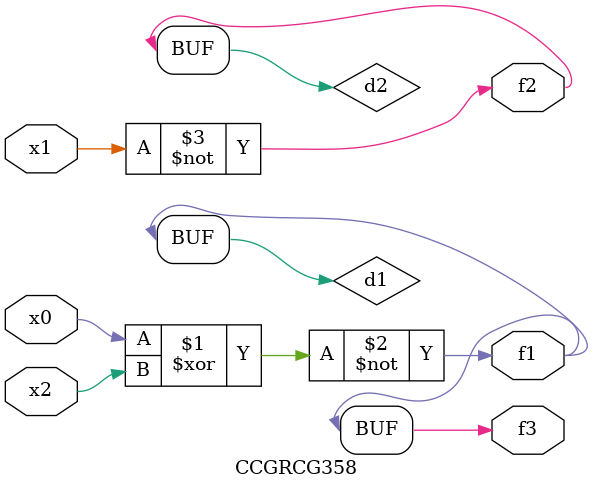
<source format=v>
module CCGRCG358(
	input x0, x1, x2,
	output f1, f2, f3
);

	wire d1, d2, d3;

	xnor (d1, x0, x2);
	nand (d2, x1);
	nor (d3, x1, x2);
	assign f1 = d1;
	assign f2 = d2;
	assign f3 = d1;
endmodule

</source>
